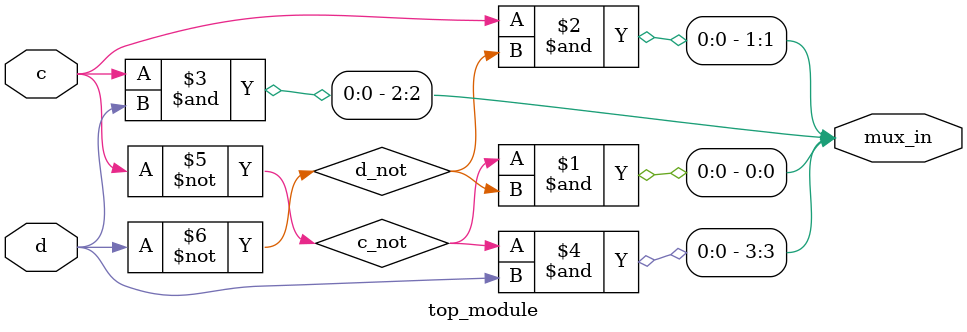
<source format=sv>
module top_module (
    input c,
    input d,
    output [3:0] mux_in
);

    wire c_not, d_not;

    not(c_not, c);
    not(d_not, d);

    assign mux_in[0] = c_not & d_not;
    assign mux_in[1] = c & d_not;
    assign mux_in[2] = c & d;
    assign mux_in[3] = c_not & d;

endmodule

</source>
